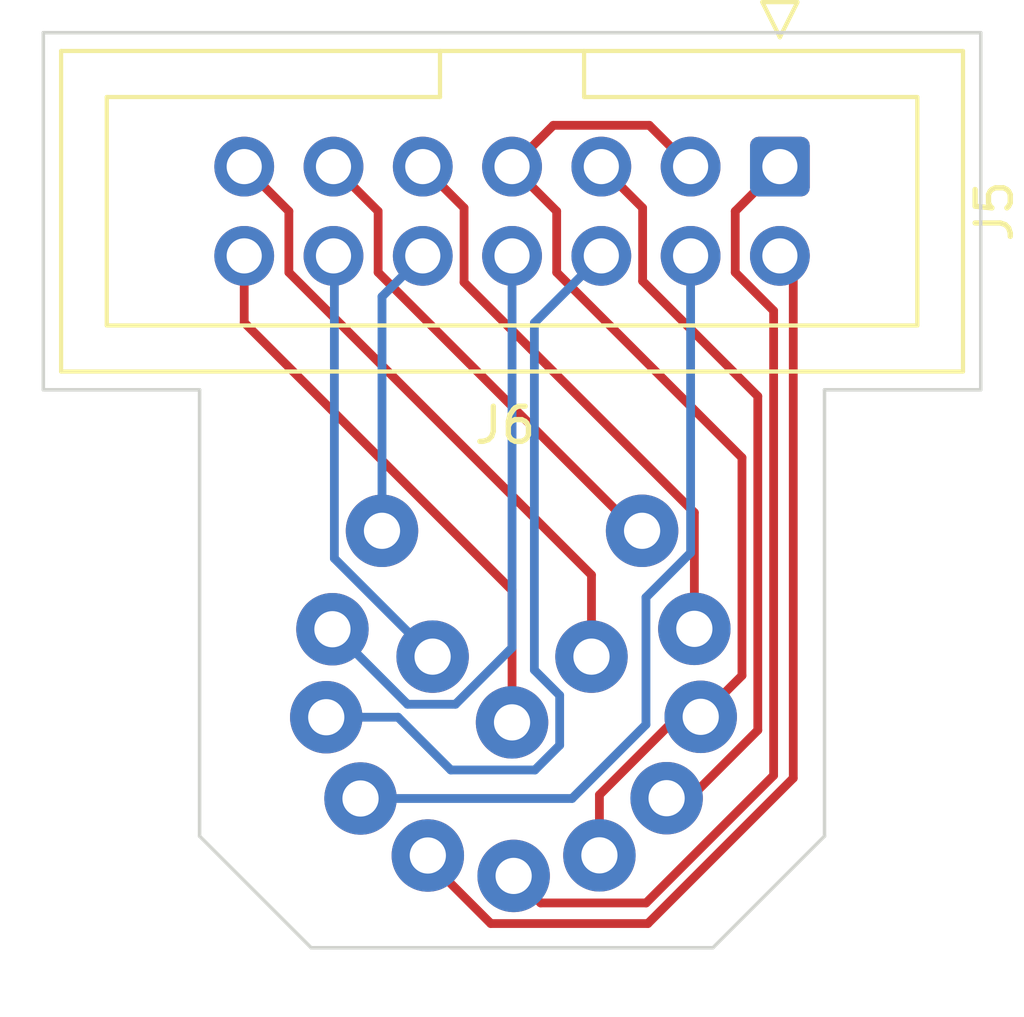
<source format=kicad_pcb>
(kicad_pcb (version 20210126) (generator pcbnew)
  (layers (0 "F.Cu" signal) (31 "B.Cu" signal) (34 "B.Paste" user) (35 "F.Paste" user) (36 "B.SilkS" user "B.Silkscreen") (37 "F.SilkS" user "F.Silkscreen") (38 "B.Mask" user) (39 "F.Mask" user) (44 "Edge.Cuts" user))
  (net 0 "")
  (net 1 "/GND")
  (net 2 "/FLOPPY_READ_DATA")
  (net 3 "/FLOPPY_TRACK_00")
  (net 4 "/FLOPPY_WRITE_DATA")
  (net 5 "/FLOPPY_STEP_DIRECTION")
  (net 6 "/FLOPPY_SELECT_B")
  (net 7 "/FLOPPY_INDEX")
  (net 8 "/FLOPPY_SIDE_SELECT")
  (net 9 "/FLOPPY_WRITE_PROTECT")
  (net 10 "/FLOPPY_WRITE_GATE")
  (net 11 "/FLOPPY_STEP")
  (net 12 "/FLOPPY_MOTOR_ON")
  (net 13 "/FLOPPY_SELECT_A")
  (footprint "parts:DIN14" (layer "F.Cu") (at 123.825 73.365)
    (fp_text reference "J6" (at -0.2 -1.232988 unlocked) (layer "F.SilkS"))
    (fp_text value "ATARI")
    (pad "1" thru_hole circle (at 0.045497 11.585793 180) (size 2.06 2.06) (drill 1.03) (layers *.Cu *.Mask) (net 2 "/FLOPPY_READ_DATA"))
    (pad "2" thru_hole circle (at -2.396013 11.004971 180) (size 2.06 2.06) (drill 1.03) (layers *.Cu *.Mask) (net 8 "/FLOPPY_SIDE_SELECT"))
    (pad "3" thru_hole circle (at 2.485819 11 180) (size 2.06 2.06) (drill 1.03) (layers *.Cu *.Mask) (net 1 "/GND"))
    (pad "4" thru_hole circle (at -4.311125 9.383037 180) (size 2.06 2.06) (drill 1.03) (layers *.Cu *.Mask) (net 7 "/FLOPPY_INDEX"))
    (pad "5" thru_hole circle (at 4.397625 9.374168 180) (size 2.06 2.06) (drill 1.03) (layers *.Cu *.Mask) (net 13 "/FLOPPY_SELECT_A"))
    (pad "6" thru_hole circle (at -5.286009 7.070478 180) (size 2.06 2.06) (drill 1.03) (layers *.Cu *.Mask) (net 6 "/FLOPPY_SELECT_B"))
    (pad "7" thru_hole circle (at 5.367797 7.059628 180) (size 2.06 2.06) (drill 1.03) (layers *.Cu *.Mask) (net 1 "/GND"))
    (pad "8" thru_hole circle (at -5.11 4.567012 180) (size 2.06 2.06) (drill 1.03) (layers *.Cu *.Mask) (net 12 "/FLOPPY_MOTOR_ON"))
    (pad "9" thru_hole circle (at 5.186688 4.556528 180) (size 2.06 2.06) (drill 1.03) (layers *.Cu *.Mask) (net 5 "/FLOPPY_STEP_DIRECTION"))
    (pad "10" thru_hole circle (at -3.7 1.767012 180) (size 2.06 2.06) (drill 1.03) (layers *.Cu *.Mask) (net 11 "/FLOPPY_STEP"))
    (pad "11" thru_hole circle (at 3.7 1.767012 180) (size 2.06 2.06) (drill 1.03) (layers *.Cu *.Mask) (net 4 "/FLOPPY_WRITE_DATA"))
    (pad "12" thru_hole circle (at -2.26 5.347012 180) (size 2.06 2.06) (drill 1.03) (layers *.Cu *.Mask) (net 10 "/FLOPPY_WRITE_GATE"))
    (pad "13" thru_hole circle (at 2.26 5.347012 180) (size 2.06 2.06) (drill 1.03) (layers *.Cu *.Mask) (net 3 "/FLOPPY_TRACK_00"))
    (pad "14" thru_hole circle (at 0 7.217012 180) (size 2.06 2.06) (drill 1.03) (layers *.Cu *.Mask) (net 9 "/FLOPPY_WRITE_PROTECT"))
  )
  (footprint "Connector_IDC:IDC-Header_2x07_P2.54mm_Vertical" (layer "F.Cu") (at 131.445 64.77 -90)
    (fp_text reference "J5" (at 1.27 -6.1 90) (layer "F.SilkS"))
    (fp_text value "ADAPTER")
    (fp_line (start -4.68 0.5) (end -3.68 0) (layer "F.SilkS") (width 0.12))
    (fp_line (start -3.29 20.45) (end -3.29 -5.21) (layer "F.SilkS") (width 0.12))
    (fp_line (start -3.68 0) (end -4.68 -0.5) (layer "F.SilkS") (width 0.12))
    (fp_line (start -3.29 5.57) (end -1.98 5.57) (layer "F.SilkS") (width 0.12))
    (fp_line (start -1.98 5.57) (end -1.98 -3.91) (layer "F.SilkS") (width 0.12))
    (fp_line (start -3.29 -5.21) (end 5.83 -5.21) (layer "F.SilkS") (width 0.12))
    (fp_line (start -1.98 19.15) (end -1.98 9.67) (layer "F.SilkS") (width 0.12))
    (fp_line (start 4.52 19.15) (end -1.98 19.15) (layer "F.SilkS") (width 0.12))
    (fp_line (start -4.68 -0.5) (end -4.68 0.5) (layer "F.SilkS") (width 0.12))
    (fp_line (start -1.98 -3.91) (end 4.52 -3.91) (layer "F.SilkS") (width 0.12))
    (fp_line (start -1.98 9.67) (end -3.29 9.67) (layer "F.SilkS") (width 0.12))
    (fp_line (start 4.52 -3.91) (end 4.52 19.15) (layer "F.SilkS") (width 0.12))
    (fp_line (start 5.83 -5.21) (end 5.83 20.45) (layer "F.SilkS") (width 0.12))
    (fp_line (start -1.98 9.67) (end -1.98 9.67) (layer "F.SilkS") (width 0.12))
    (fp_line (start 5.83 20.45) (end -3.29 20.45) (layer "F.SilkS") (width 0.12))
    (pad "1" thru_hole roundrect (at 0 0 270) (size 1.7 1.7) (drill 1) (layers *.Cu *.Mask) (roundrect_rratio 0.1470588235294118) (net 2 "/FLOPPY_READ_DATA"))
    (pad "2" thru_hole circle (at 2.54 0 270) (size 1.7 1.7) (drill 1) (layers *.Cu *.Mask) (net 8 "/FLOPPY_SIDE_SELECT"))
    (pad "3" thru_hole circle (at 0 2.54 270) (size 1.7 1.7) (drill 1) (layers *.Cu *.Mask) (net 1 "/GND"))
    (pad "4" thru_hole circle (at 2.54 2.54 270) (size 1.7 1.7) (drill 1) (layers *.Cu *.Mask) (net 7 "/FLOPPY_INDEX"))
    (pad "5" thru_hole circle (at 0 5.08 270) (size 1.7 1.7) (drill 1) (layers *.Cu *.Mask) (net 13 "/FLOPPY_SELECT_A"))
    (pad "6" thru_hole circle (at 2.54 5.08 270) (size 1.7 1.7) (drill 1) (layers *.Cu *.Mask) (net 6 "/FLOPPY_SELECT_B"))
    (pad "7" thru_hole circle (at 0 7.62 270) (size 1.7 1.7) (drill 1) (layers *.Cu *.Mask) (net 1 "/GND"))
    (pad "8" thru_hole circle (at 2.54 7.62 270) (size 1.7 1.7) (drill 1) (layers *.Cu *.Mask) (net 12 "/FLOPPY_MOTOR_ON"))
    (pad "9" thru_hole circle (at 0 10.16 270) (size 1.7 1.7) (drill 1) (layers *.Cu *.Mask) (net 5 "/FLOPPY_STEP_DIRECTION"))
    (pad "10" thru_hole circle (at 2.54 10.16 270) (size 1.7 1.7) (drill 1) (layers *.Cu *.Mask) (net 11 "/FLOPPY_STEP"))
    (pad "11" thru_hole circle (at 0 12.7 270) (size 1.7 1.7) (drill 1) (layers *.Cu *.Mask) (net 4 "/FLOPPY_WRITE_DATA"))
    (pad "12" thru_hole circle (at 2.54 12.7 270) (size 1.7 1.7) (drill 1) (layers *.Cu *.Mask) (net 10 "/FLOPPY_WRITE_GATE"))
    (pad "13" thru_hole circle (at 0 15.24 270) (size 1.7 1.7) (drill 1) (layers *.Cu *.Mask) (net 3 "/FLOPPY_TRACK_00"))
    (pad "14" thru_hole circle (at 2.54 15.24 270) (size 1.7 1.7) (drill 1) (layers *.Cu *.Mask) (net 9 "/FLOPPY_WRITE_PROTECT"))
  )
  (gr_line (start 132.715 71.12) (end 132.715 83.82) (layer "Edge.Cuts") (width 0.1))
  (gr_line (start 132.715 83.82) (end 129.54 86.995) (layer "Edge.Cuts") (width 0.1))
  (gr_line (start 110.49 71.12) (end 114.935 71.12) (layer "Edge.Cuts") (width 0.1))
  (gr_line (start 114.935 71.12) (end 114.935 83.82) (layer "Edge.Cuts") (width 0.1))
  (gr_line (start 110.49 60.96) (end 137.16 60.96) (layer "Edge.Cuts") (width 0.1))
  (gr_line (start 129.54 86.995) (end 118.11 86.995) (layer "Edge.Cuts") (width 0.1))
  (gr_line (start 110.49 71.12) (end 110.49 60.96) (layer "Edge.Cuts") (width 0.1))
  (gr_line (start 137.16 71.12) (end 137.16 60.96) (layer "Edge.Cuts") (width 0.1))
  (gr_line (start 137.16 71.12) (end 132.715 71.12) (layer "Edge.Cuts") (width 0.1))
  (gr_line (start 114.935 83.82) (end 118.11 86.995) (layer "Edge.Cuts") (width 0.1))
  (segment (start 130.366699 79.250726) (end 130.366699 73.050716) (width 0.25) (layer "F.Cu") (net 1))
  (segment (start 126.310819 82.645557) (end 126.310819 84.365) (width 0.25) (layer "F.Cu") (net 1))
  (segment (start 127.729989 63.594989) (end 128.905 64.77) (width 0.25) (layer "F.Cu") (net 1))
  (segment (start 128.531748 80.424628) (end 126.310819 82.645557) (width 0.25) (layer "F.Cu") (net 1))
  (segment (start 129.192797 80.424628) (end 130.366699 79.250726) (width 0.25) (layer "F.Cu") (net 1))
  (segment (start 125.095 67.779017) (end 125.095 66.04) (width 0.25) (layer "F.Cu") (net 1))
  (segment (start 129.192797 80.424628) (end 128.531748 80.424628) (width 0.25) (layer "F.Cu") (net 1))
  (segment (start 123.825 64.77) (end 125.000011 63.594989) (width 0.25) (layer "F.Cu") (net 1))
  (segment (start 125.000011 63.594989) (end 127.729989 63.594989) (width 0.25) (layer "F.Cu") (net 1))
  (segment (start 130.366699 73.050716) (end 125.095 67.779017) (width 0.25) (layer "F.Cu") (net 1))
  (segment (start 125.095 66.04) (end 123.825 64.77) (width 0.25) (layer "F.Cu") (net 1))
  (segment (start 131.26673 68.870747) (end 130.175 67.779017) (width 0.25) (layer "F.Cu") (net 2))
  (segment (start 130.175 67.779017) (end 130.175 66.04) (width 0.25) (layer "F.Cu") (net 2))
  (segment (start 124.639715 85.720011) (end 127.638577 85.720011) (width 0.25) (layer "F.Cu") (net 2))
  (segment (start 127.638577 85.720011) (end 131.26673 82.091858) (width 0.25) (layer "F.Cu") (net 2))
  (segment (start 130.175 66.04) (end 131.445 64.77) (width 0.25) (layer "F.Cu") (net 2))
  (segment (start 123.870497 84.950793) (end 124.639715 85.720011) (width 0.25) (layer "F.Cu") (net 2))
  (segment (start 131.26673 82.091858) (end 131.26673 68.870747) (width 0.25) (layer "F.Cu") (net 2))
  (segment (start 126.085 76.389017) (end 117.475 67.779017) (width 0.25) (layer "F.Cu") (net 3))
  (segment (start 117.475 67.779017) (end 117.475 66.04) (width 0.25) (layer "F.Cu") (net 3))
  (segment (start 126.085 78.712012) (end 126.085 76.389017) (width 0.25) (layer "F.Cu") (net 3))
  (segment (start 117.475 66.04) (end 116.205 64.77) (width 0.25) (layer "F.Cu") (net 3))
  (segment (start 127.525 75.132012) (end 127.367995 75.132012) (width 0.25) (layer "F.Cu") (net 4))
  (segment (start 120.015 66.04) (end 118.745 64.77) (width 0.25) (layer "F.Cu") (net 4))
  (segment (start 120.015 67.779017) (end 120.015 66.04) (width 0.25) (layer "F.Cu") (net 4))
  (segment (start 127.367995 75.132012) (end 120.015 67.779017) (width 0.25) (layer "F.Cu") (net 4))
  (segment (start 122.460011 68.061606) (end 122.460011 65.945011) (width 0.25) (layer "F.Cu") (net 5))
  (segment (start 129.011688 77.921528) (end 129.011688 74.613283) (width 0.25) (layer "F.Cu") (net 5))
  (segment (start 129.011688 74.613283) (end 122.460011 68.061606) (width 0.25) (layer "F.Cu") (net 5))
  (segment (start 122.460011 65.945011) (end 121.285 64.77) (width 0.25) (layer "F.Cu") (net 5))
  (segment (start 124.46 69.215) (end 126.365 67.31) (width 0.25) (layer "B.Cu") (net 6))
  (segment (start 125.180011 79.81244) (end 124.46 79.092429) (width 0.25) (layer "B.Cu") (net 6))
  (segment (start 124.46 79.092429) (end 124.46 69.215) (width 0.25) (layer "B.Cu") (net 6))
  (segment (start 122.083599 81.937023) (end 124.475406 81.937023) (width 0.25) (layer "B.Cu") (net 6))
  (segment (start 118.538991 80.435478) (end 120.582054 80.435478) (width 0.25) (layer "B.Cu") (net 6))
  (segment (start 124.475406 81.937023) (end 125.180011 81.232418) (width 0.25) (layer "B.Cu") (net 6))
  (segment (start 120.582054 80.435478) (end 122.083599 81.937023) (width 0.25) (layer "B.Cu") (net 6))
  (segment (start 125.180011 81.232418) (end 125.180011 79.81244) (width 0.25) (layer "B.Cu") (net 6))
  (segment (start 128.905 75.757429) (end 128.905 67.31) (width 0.25) (layer "B.Cu") (net 7))
  (segment (start 125.531963 82.748037) (end 127.635 80.645) (width 0.25) (layer "B.Cu") (net 7))
  (segment (start 127.635 80.645) (end 127.635 77.027429) (width 0.25) (layer "B.Cu") (net 7))
  (segment (start 119.513875 82.748037) (end 125.531963 82.748037) (width 0.25) (layer "B.Cu") (net 7))
  (segment (start 127.635 77.027429) (end 128.905 75.757429) (width 0.25) (layer "B.Cu") (net 7))
  (segment (start 131.826 82.169) (end 131.826 67.691) (width 0.25) (layer "F.Cu") (net 8))
  (segment (start 121.428987 84.369971) (end 121.428987 84.5147) (width 0.25) (layer "F.Cu") (net 8))
  (segment (start 123.220091 86.305804) (end 127.689196 86.305804) (width 0.25) (layer "F.Cu") (net 8))
  (segment (start 131.826 67.691) (end 131.445 67.31) (width 0.25) (layer "F.Cu") (net 8))
  (segment (start 127.689196 86.305804) (end 131.826 82.169) (width 0.25) (layer "F.Cu") (net 8))
  (segment (start 121.428987 84.5147) (end 123.220091 86.305804) (width 0.25) (layer "F.Cu") (net 8))
  (segment (start 123.825 80.582012) (end 123.825 76.826595) (width 0.25) (layer "F.Cu") (net 9))
  (segment (start 123.825 76.826595) (end 116.205 69.206595) (width 0.25) (layer "F.Cu") (net 9))
  (segment (start 116.205 69.206595) (end 116.205 67.31) (width 0.25) (layer "F.Cu") (net 9))
  (segment (start 121.565 78.712012) (end 118.769989 75.917001) (width 0.25) (layer "B.Cu") (net 10))
  (segment (start 118.769989 67.334989) (end 118.745 67.31) (width 0.25) (layer "B.Cu") (net 10))
  (segment (start 118.769989 75.917001) (end 118.769989 67.334989) (width 0.25) (layer "B.Cu") (net 10))
  (segment (start 120.125 68.47) (end 121.285 67.31) (width 0.25) (layer "B.Cu") (net 11))
  (segment (start 120.125 75.132012) (end 120.125 68.47) (width 0.25) (layer "B.Cu") (net 11))
  (segment (start 118.715 77.932012) (end 120.850011 80.067023) (width 0.25) (layer "B.Cu") (net 12))
  (segment (start 122.215406 80.067023) (end 123.825 78.457429) (width 0.25) (layer "B.Cu") (net 12))
  (segment (start 123.825 78.457429) (end 123.825 67.31) (width 0.25) (layer "B.Cu") (net 12))
  (segment (start 120.850011 80.067023) (end 122.215406 80.067023) (width 0.25) (layer "B.Cu") (net 12))
  (segment (start 130.816719 71.303523) (end 127.540011 68.026815) (width 0.25) (layer "F.Cu") (net 13))
  (segment (start 127.540011 68.026815) (end 127.540011 65.945011) (width 0.25) (layer "F.Cu") (net 13))
  (segment (start 128.222625 82.739168) (end 128.883674 82.739168) (width 0.25) (layer "F.Cu") (net 13))
  (segment (start 130.816719 80.806123) (end 130.816719 71.303523) (width 0.25) (layer "F.Cu") (net 13))
  (segment (start 127.540011 65.945011) (end 126.365 64.77) (width 0.25) (layer "F.Cu") (net 13))
  (segment (start 128.883674 82.739168) (end 130.816719 80.806123) (width 0.25) (layer "F.Cu") (net 13))
)
</source>
